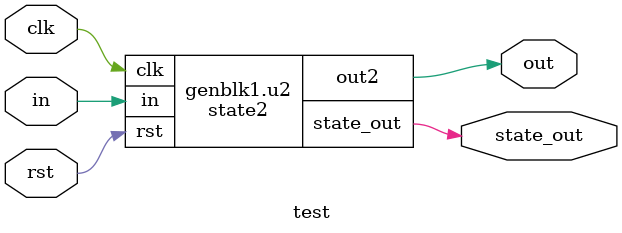
<source format=v>
module state1(rst,clk,state_out,in,out1);
input rst,in,clk;
output reg state_out;
output out1;
reg out;
reg [1:0] pres1,nxt1;
assign out1=out;
always @(*) 
begin
case(pres1)
2'b00:
begin
if(in)
begin
state_out=1'b0;
nxt1<=2'b00;
out<=1'b0;
end
else 
begin
state_out=1'b0;
nxt1<=2'b01;
out<=1'b0;
end
end
2'b01:
begin
if(in)
begin
state_out=1'b0;
nxt1<=2'b00;
out<=1'b0;
end
else 
begin
state_out=1'b0;
nxt1<=2'b11;
out<=1'b0;
end
end
2'b11:
begin
if(in) 
begin
state_out=1'b1;
nxt1<=2'b00;
out<=1'b1;
end
else 
begin
state_out=1'b0;
nxt1<=2'b01;
out<=1'b1;
end
end
default:
begin
state_out=1'b0;
nxt1<=2'b00;
out<=1'b0;
end
endcase
end
always@(posedge clk or negedge rst)
begin
if(!rst) pres1<=2'b00;
else  pres1<=nxt1;
end
endmodule

module state2(rst,clk,state_out,in,out2);
input rst,in,clk;
output reg state_out;
output out2;
reg out;
reg [1:0] pres2,nxt2;
assign out2=out;
always @(*) 
begin
case(pres2)
2'b00:
begin
if(in)
begin
state_out=1'b0;
nxt2<=2'b01;
out<=1'b0;
end
else 
begin
state_out=1'b0;
nxt2<=2'b00;
out<=1'b0;
end
end
2'b01:
begin
if(in)
begin
state_out=1'b0;
nxt2<=2'b11;
out<=1'b0;
end
else 
begin
state_out=1'b0;
nxt2<=2'b00;
out<=1'b0;
end
end
2'b11:
begin
if(in) 
begin
state_out=1'b0;
nxt2<=2'b01;
out<=1'b1;
end
else 
begin
state_out=1'b1;
nxt2<=2'b00;
out<=1'b0;
end
end
default:
begin
state_out=1'b0;
nxt2<=2'b00;
out<=1'b0;
end
endcase
end
always@(posedge clk or negedge rst)
begin
if(!rst) pres2<=2'b00;
else  pres2<=nxt2;
end
endmodule

module test(input rst,clk,in, output out, output state_out);
parameter state=1'b1;
generate 
if(!state)
begin
state1 u1 (rst,clk,state_out,in,out);
end
else 
begin
state2 u2 (rst,clk,state_out,in,out);
end
endgenerate 

endmodule

</source>
